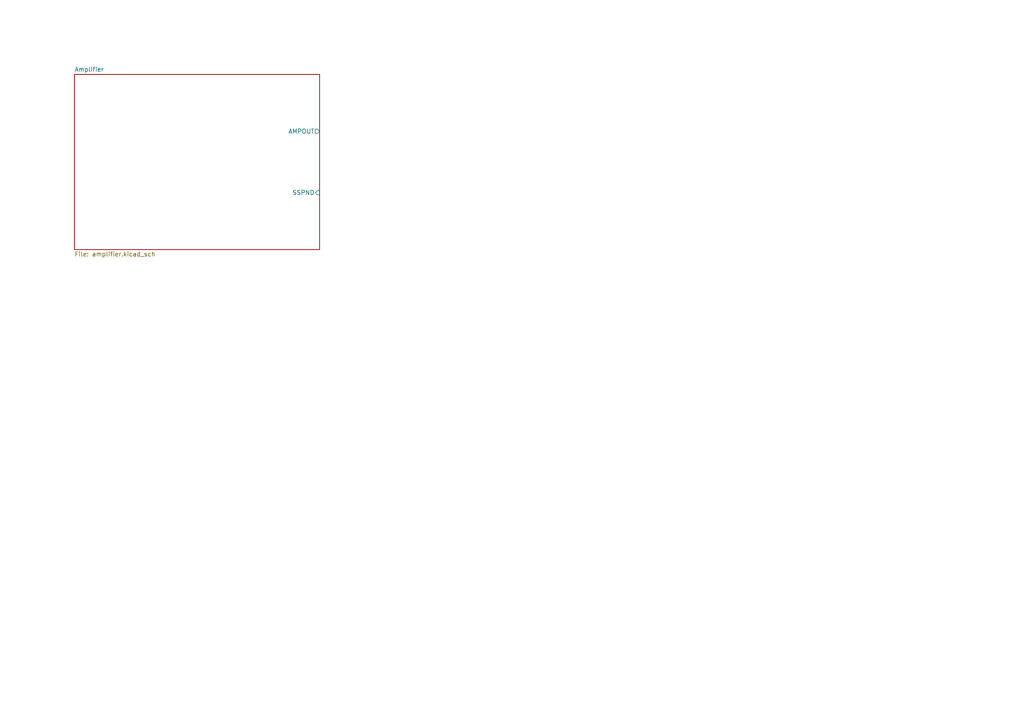
<source format=kicad_sch>
(kicad_sch
	(version 20250114)
	(generator "eeschema")
	(generator_version "9.0")
	(uuid "dc202712-23ff-46da-8ec2-2a828c683a4d")
	(paper "A4")
	(title_block
		(title "USB Microphone")
		(date "2025-05-31")
		(rev "0.1")
		(company "Vladyslav Kukharchuk <vladyslavziuziun@gmail.com>")
	)
	(lib_symbols)
	(sheet
		(at 21.59 21.59)
		(size 71.12 50.8)
		(exclude_from_sim no)
		(in_bom yes)
		(on_board yes)
		(dnp no)
		(fields_autoplaced yes)
		(stroke
			(width 0.1524)
			(type solid)
		)
		(fill
			(color 0 0 0 0.0000)
		)
		(uuid "e395ea73-b08d-4ba3-8b06-fa01b208b024")
		(property "Sheetname" "Amplifier"
			(at 21.59 20.8784 0)
			(effects
				(font
					(size 1.27 1.27)
				)
				(justify left bottom)
			)
		)
		(property "Sheetfile" "amplifier.kicad_sch"
			(at 21.59 72.9746 0)
			(effects
				(font
					(size 1.27 1.27)
				)
				(justify left top)
			)
		)
		(pin "SSPND" input
			(at 92.71 55.88 0)
			(uuid "f61b70d4-95e8-49fb-81e8-fbfd12099697")
			(effects
				(font
					(size 1.27 1.27)
				)
				(justify right)
			)
		)
		(pin "AMPOUT" output
			(at 92.71 38.1 0)
			(uuid "f38cb07d-2d5b-43ac-8d30-0fcf56b870b4")
			(effects
				(font
					(size 1.27 1.27)
				)
				(justify right)
			)
		)
		(instances
			(project "usb_microphone"
				(path "/dc202712-23ff-46da-8ec2-2a828c683a4d"
					(page "2")
				)
			)
		)
	)
	(sheet_instances
		(path "/"
			(page "1")
		)
	)
	(embedded_fonts no)
)

</source>
